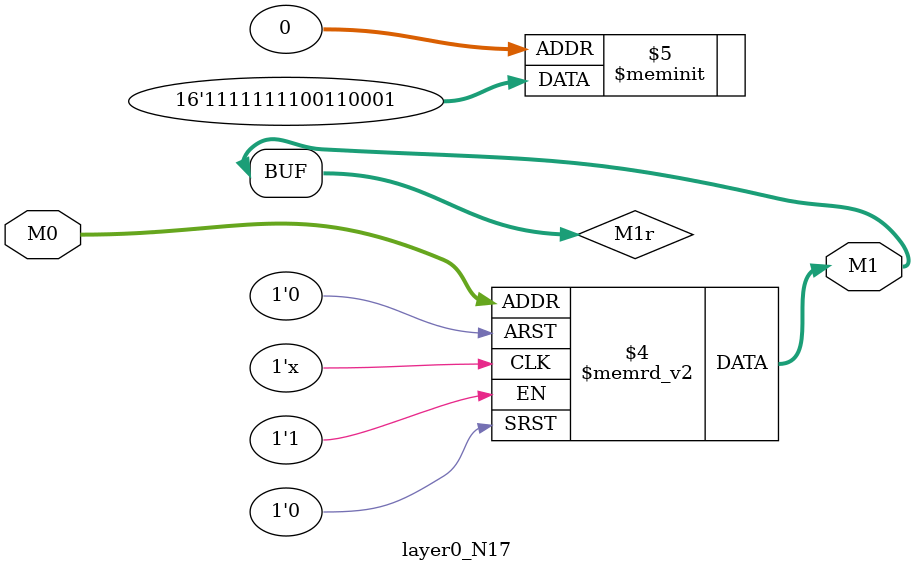
<source format=v>
module layer0_N17 ( input [2:0] M0, output [1:0] M1 );

	(*rom_style = "distributed" *) reg [1:0] M1r;
	assign M1 = M1r;
	always @ (M0) begin
		case (M0)
			3'b000: M1r = 2'b01;
			3'b100: M1r = 2'b11;
			3'b010: M1r = 2'b11;
			3'b110: M1r = 2'b11;
			3'b001: M1r = 2'b00;
			3'b101: M1r = 2'b11;
			3'b011: M1r = 2'b00;
			3'b111: M1r = 2'b11;

		endcase
	end
endmodule

</source>
